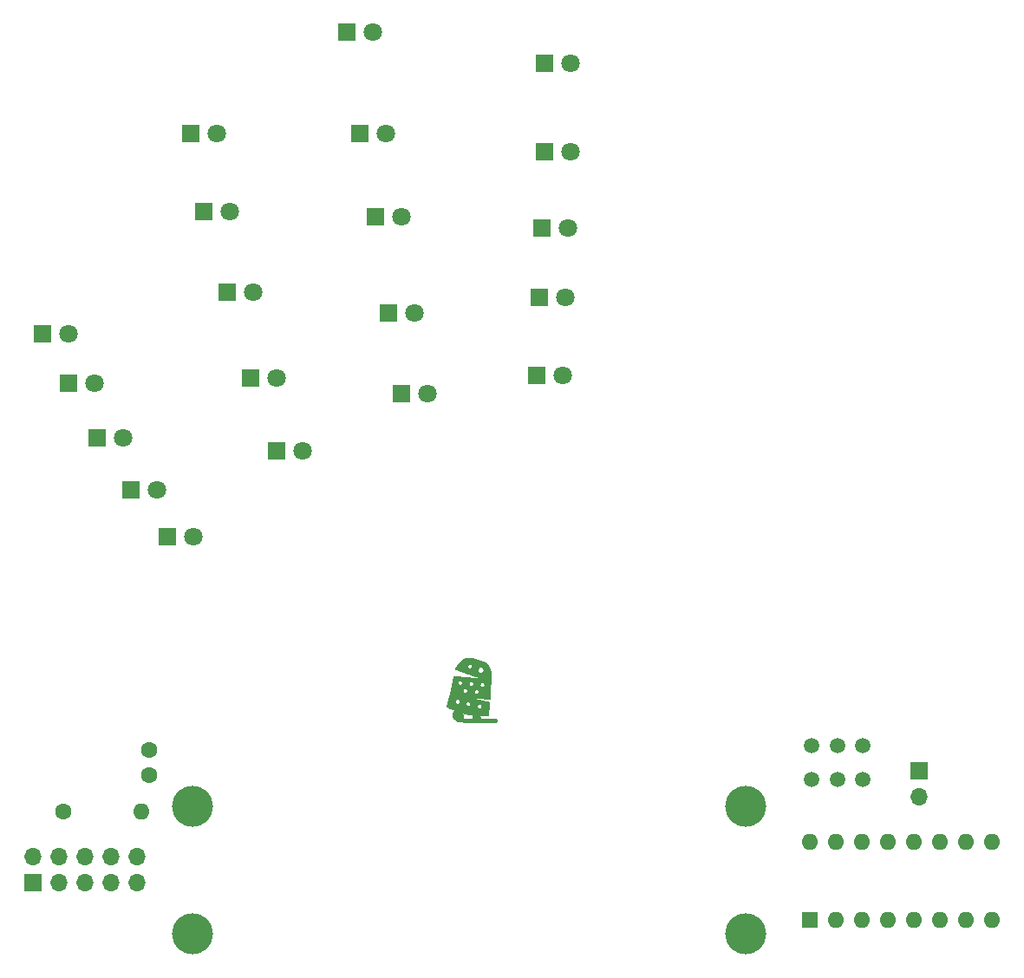
<source format=gbr>
G04 #@! TF.FileFunction,Soldermask,Bot*
%FSLAX46Y46*%
G04 Gerber Fmt 4.6, Leading zero omitted, Abs format (unit mm)*
G04 Created by KiCad (PCBNEW 4.0.6) date 11/09/17 18:16:21*
%MOMM*%
%LPD*%
G01*
G04 APERTURE LIST*
%ADD10C,0.100000*%
%ADD11C,0.010000*%
%ADD12C,4.000000*%
%ADD13R,1.800000X1.800000*%
%ADD14C,1.800000*%
%ADD15C,1.600000*%
%ADD16O,1.600000X1.600000*%
%ADD17C,1.500000*%
%ADD18R,1.600000X1.600000*%
%ADD19R,1.700000X1.700000*%
%ADD20O,1.700000X1.700000*%
G04 APERTURE END LIST*
D10*
D11*
G36*
X144943476Y-117997921D02*
X144851698Y-118005468D01*
X144774871Y-118017599D01*
X144759807Y-118021116D01*
X144663216Y-118052087D01*
X144557300Y-118097133D01*
X144450430Y-118152111D01*
X144350982Y-118212877D01*
X144301956Y-118247661D01*
X144180909Y-118349671D01*
X144059468Y-118472196D01*
X143941534Y-118610719D01*
X143831010Y-118760720D01*
X143750299Y-118886366D01*
X143708679Y-118966089D01*
X143688093Y-119031872D01*
X143688503Y-119083953D01*
X143709867Y-119122568D01*
X143710124Y-119122825D01*
X143724961Y-119129923D01*
X143762226Y-119144682D01*
X143820316Y-119166533D01*
X143897628Y-119194905D01*
X143992562Y-119229225D01*
X144103516Y-119268923D01*
X144228887Y-119313429D01*
X144367074Y-119362171D01*
X144516474Y-119414578D01*
X144675487Y-119470080D01*
X144842509Y-119528105D01*
X145001666Y-119583157D01*
X145173629Y-119642607D01*
X145338385Y-119699747D01*
X145494401Y-119754034D01*
X145640142Y-119804928D01*
X145774075Y-119851885D01*
X145894665Y-119894364D01*
X146000379Y-119931824D01*
X146089684Y-119963722D01*
X146161044Y-119989518D01*
X146212927Y-120008669D01*
X146243798Y-120020633D01*
X146252235Y-120024856D01*
X146237239Y-120024246D01*
X146198659Y-120021499D01*
X146138209Y-120016761D01*
X146057604Y-120010179D01*
X145958556Y-120001899D01*
X145842779Y-119992066D01*
X145711988Y-119980827D01*
X145567895Y-119968328D01*
X145412215Y-119954716D01*
X145246662Y-119940136D01*
X145072948Y-119924735D01*
X144949990Y-119913774D01*
X144770796Y-119897811D01*
X144597986Y-119882508D01*
X144433334Y-119868017D01*
X144278618Y-119854489D01*
X144135613Y-119842077D01*
X144006094Y-119830934D01*
X143891839Y-119821212D01*
X143794623Y-119813062D01*
X143716222Y-119806638D01*
X143658412Y-119802091D01*
X143622968Y-119799575D01*
X143612764Y-119799100D01*
X143559517Y-119804109D01*
X143524655Y-119821134D01*
X143502815Y-119853174D01*
X143499204Y-119862597D01*
X143494647Y-119881557D01*
X143486014Y-119923311D01*
X143473720Y-119985657D01*
X143458184Y-120066388D01*
X143439821Y-120163302D01*
X143419050Y-120274193D01*
X143396285Y-120396857D01*
X143371945Y-120529089D01*
X143346446Y-120668686D01*
X143337676Y-120716940D01*
X143189616Y-121532650D01*
X143013258Y-122087242D01*
X142976946Y-122202428D01*
X142943154Y-122311539D01*
X142912663Y-122411914D01*
X142886255Y-122500892D01*
X142864710Y-122575813D01*
X142848808Y-122634017D01*
X142839331Y-122672843D01*
X142836900Y-122688152D01*
X142840718Y-122727033D01*
X142849996Y-122758850D01*
X142850859Y-122760551D01*
X142867849Y-122775863D01*
X142905269Y-122799301D01*
X142960045Y-122829361D01*
X143029105Y-122864537D01*
X143109374Y-122903323D01*
X143197781Y-122944214D01*
X143291251Y-122985704D01*
X143386712Y-123026289D01*
X143427450Y-123043023D01*
X143492356Y-123069402D01*
X143551116Y-123093315D01*
X143598653Y-123112693D01*
X143629892Y-123125469D01*
X143637000Y-123128397D01*
X143656172Y-123137241D01*
X143657009Y-123143793D01*
X143637183Y-123152354D01*
X143621005Y-123157972D01*
X143540213Y-123198515D01*
X143474713Y-123258224D01*
X143426025Y-123334922D01*
X143395669Y-123426430D01*
X143386417Y-123493877D01*
X143389830Y-123620554D01*
X143417709Y-123740608D01*
X143469884Y-123853610D01*
X143546188Y-123959129D01*
X143585128Y-124000851D01*
X143685650Y-124086563D01*
X143794840Y-124149972D01*
X143917024Y-124193373D01*
X143970962Y-124205737D01*
X144071096Y-124222962D01*
X144194456Y-124239743D01*
X144338868Y-124255875D01*
X144502160Y-124271150D01*
X144682159Y-124285361D01*
X144876691Y-124298301D01*
X145040350Y-124307548D01*
X145100969Y-124309925D01*
X145184069Y-124311994D01*
X145286734Y-124313756D01*
X145406046Y-124315212D01*
X145539088Y-124316364D01*
X145682945Y-124317214D01*
X145834698Y-124317762D01*
X145991432Y-124318010D01*
X146150229Y-124317959D01*
X146308173Y-124317611D01*
X146462346Y-124316968D01*
X146609832Y-124316030D01*
X146747714Y-124314799D01*
X146873075Y-124313276D01*
X146982998Y-124311463D01*
X147074566Y-124309362D01*
X147144863Y-124306972D01*
X147154454Y-124306539D01*
X147236669Y-124302144D01*
X147321154Y-124296758D01*
X147399782Y-124290953D01*
X147464425Y-124285306D01*
X147484654Y-124283208D01*
X147575468Y-124271484D01*
X147643812Y-124258100D01*
X147692612Y-124241433D01*
X147724798Y-124219863D01*
X147743299Y-124191768D01*
X147751044Y-124155526D01*
X147751800Y-124135315D01*
X147747652Y-124082446D01*
X147731948Y-124047305D01*
X147699801Y-124023114D01*
X147659507Y-124007266D01*
X147642974Y-124002563D01*
X147622873Y-123998533D01*
X147597111Y-123995108D01*
X147563594Y-123992215D01*
X147520228Y-123989784D01*
X147464920Y-123987745D01*
X147395576Y-123986026D01*
X147310102Y-123984556D01*
X147206404Y-123983266D01*
X147082390Y-123982084D01*
X146935965Y-123980939D01*
X146865975Y-123980443D01*
X146138900Y-123975408D01*
X146138900Y-123938929D01*
X146130059Y-123861748D01*
X146106261Y-123781819D01*
X146074616Y-123717858D01*
X146054059Y-123684801D01*
X146040506Y-123661774D01*
X146037300Y-123655158D01*
X146049484Y-123654387D01*
X146083979Y-123654051D01*
X146137701Y-123654133D01*
X146207563Y-123654615D01*
X146290483Y-123655481D01*
X146383374Y-123656714D01*
X146422939Y-123657310D01*
X146532009Y-123658964D01*
X146618531Y-123660048D01*
X146685356Y-123660420D01*
X146735332Y-123659934D01*
X146771309Y-123658448D01*
X146796136Y-123655819D01*
X146812662Y-123651902D01*
X146823737Y-123646555D01*
X146832210Y-123639633D01*
X146835366Y-123636534D01*
X146857407Y-123606859D01*
X146864642Y-123589587D01*
X145449733Y-123589587D01*
X145446373Y-123601043D01*
X145434414Y-123627362D01*
X145427508Y-123641226D01*
X145411266Y-123691345D01*
X145403078Y-123756181D01*
X145403168Y-123826289D01*
X145411760Y-123892224D01*
X145420787Y-123925003D01*
X145439274Y-123977400D01*
X145182662Y-123977364D01*
X145082320Y-123976866D01*
X144969915Y-123975515D01*
X144855689Y-123973482D01*
X144749882Y-123970939D01*
X144689797Y-123969071D01*
X144453543Y-123960814D01*
X144459626Y-123844524D01*
X144457708Y-123732578D01*
X144438244Y-123630811D01*
X144399344Y-123533322D01*
X144339115Y-123434213D01*
X144319347Y-123406939D01*
X144296504Y-123374064D01*
X144284485Y-123351938D01*
X144285640Y-123344968D01*
X144286439Y-123345223D01*
X144304204Y-123350490D01*
X144342347Y-123360822D01*
X144396609Y-123375096D01*
X144462731Y-123392191D01*
X144532937Y-123410097D01*
X144734153Y-123458135D01*
X144942294Y-123502392D01*
X145146554Y-123540678D01*
X145300700Y-123565654D01*
X145358285Y-123574366D01*
X145405703Y-123581808D01*
X145437887Y-123587167D01*
X145449733Y-123589587D01*
X146864642Y-123589587D01*
X146868303Y-123580848D01*
X146872374Y-123556668D01*
X146879037Y-123511076D01*
X146887881Y-123447291D01*
X146898498Y-123368530D01*
X146910476Y-123278010D01*
X146923406Y-123178950D01*
X146936877Y-123074566D01*
X146950480Y-122968077D01*
X146963805Y-122862701D01*
X146976441Y-122761654D01*
X146977348Y-122754302D01*
X146234593Y-122754302D01*
X146217822Y-122815373D01*
X146181345Y-122872610D01*
X146127705Y-122921340D01*
X146094450Y-122941468D01*
X146038758Y-122959222D01*
X145979747Y-122954692D01*
X145926665Y-122934699D01*
X145867043Y-122894256D01*
X145823455Y-122840937D01*
X145798602Y-122779838D01*
X145795188Y-122716058D01*
X145799383Y-122694700D01*
X145826531Y-122633647D01*
X145870310Y-122580834D01*
X145924881Y-122541146D01*
X145984405Y-122519474D01*
X146011802Y-122516900D01*
X146074901Y-122528822D01*
X146134482Y-122561630D01*
X146185099Y-122610880D01*
X146221302Y-122672130D01*
X146229113Y-122694071D01*
X146234593Y-122754302D01*
X146977348Y-122754302D01*
X146987979Y-122668156D01*
X146998007Y-122585422D01*
X147006118Y-122516672D01*
X147011020Y-122472960D01*
X145156756Y-122472960D01*
X145153308Y-122540007D01*
X145124612Y-122608159D01*
X145118098Y-122618439D01*
X145079907Y-122659595D01*
X145028486Y-122693769D01*
X144973614Y-122715394D01*
X144939585Y-122720089D01*
X144904853Y-122714478D01*
X144862736Y-122700415D01*
X144848928Y-122694253D01*
X144806936Y-122666405D01*
X144769185Y-122629458D01*
X144761854Y-122619803D01*
X144727823Y-122552825D01*
X144719097Y-122487145D01*
X144735588Y-122423429D01*
X144777209Y-122362342D01*
X144798559Y-122340909D01*
X144861153Y-122297166D01*
X144925569Y-122278528D01*
X144990021Y-122284957D01*
X145052722Y-122316417D01*
X145088429Y-122346961D01*
X145135086Y-122408214D01*
X145156756Y-122472960D01*
X147011020Y-122472960D01*
X147011899Y-122465123D01*
X147014942Y-122433992D01*
X147015310Y-122427252D01*
X147008825Y-122381561D01*
X146986974Y-122350115D01*
X146945768Y-122328485D01*
X146919225Y-122320616D01*
X146897570Y-122315519D01*
X146853015Y-122305400D01*
X146787471Y-122290682D01*
X146702846Y-122271789D01*
X146601050Y-122249145D01*
X146569204Y-122242079D01*
X144109893Y-122242079D01*
X144104619Y-122303471D01*
X144079808Y-122363242D01*
X144037633Y-122416263D01*
X143980270Y-122457403D01*
X143976910Y-122459123D01*
X143915115Y-122482335D01*
X143859619Y-122484010D01*
X143803140Y-122463713D01*
X143775090Y-122447050D01*
X143718910Y-122397387D01*
X143684080Y-122338546D01*
X143670420Y-122274828D01*
X143677750Y-122210532D01*
X143705889Y-122149956D01*
X143754657Y-122097402D01*
X143790764Y-122073159D01*
X143856417Y-122049467D01*
X143922927Y-122049323D01*
X143986447Y-122071315D01*
X144043125Y-122114031D01*
X144089114Y-122176060D01*
X144093454Y-122184194D01*
X144109893Y-122242079D01*
X146569204Y-122242079D01*
X146483994Y-122223173D01*
X146353586Y-122194298D01*
X146211737Y-122162943D01*
X146060356Y-122129531D01*
X145901352Y-122094488D01*
X145765867Y-122064666D01*
X145604371Y-122029041D01*
X145450621Y-121994934D01*
X145306340Y-121962739D01*
X145173248Y-121932847D01*
X145053066Y-121905653D01*
X144947514Y-121881549D01*
X144858313Y-121860927D01*
X144787185Y-121844180D01*
X144735849Y-121831701D01*
X144706026Y-121823883D01*
X144699067Y-121821146D01*
X144714973Y-121821724D01*
X144754344Y-121824437D01*
X144815347Y-121829130D01*
X144896150Y-121835646D01*
X144994922Y-121843833D01*
X145109829Y-121853536D01*
X145239041Y-121864598D01*
X145380725Y-121876867D01*
X145533048Y-121890187D01*
X145694179Y-121904403D01*
X145862286Y-121919361D01*
X145864637Y-121919571D01*
X146032668Y-121934569D01*
X146193630Y-121948902D01*
X146345706Y-121962412D01*
X146487074Y-121974937D01*
X146615917Y-121986317D01*
X146730413Y-121996393D01*
X146828745Y-122005004D01*
X146909092Y-122011990D01*
X146969635Y-122017192D01*
X147008555Y-122020448D01*
X147024032Y-122021599D01*
X147024089Y-122021600D01*
X147044490Y-122013219D01*
X147070499Y-121992805D01*
X147072928Y-121990427D01*
X147104100Y-121959254D01*
X147104150Y-121815363D01*
X144647492Y-121815363D01*
X144635009Y-121817397D01*
X144618537Y-121815062D01*
X144618340Y-121810727D01*
X144635338Y-121807695D01*
X144642682Y-121809724D01*
X144647492Y-121815363D01*
X147104150Y-121815363D01*
X147104327Y-121308493D01*
X145947161Y-121308493D01*
X145942099Y-121375545D01*
X145912473Y-121437038D01*
X145876509Y-121477974D01*
X145814441Y-121523549D01*
X145750936Y-121543769D01*
X145685908Y-121538641D01*
X145619270Y-121508174D01*
X145611850Y-121503284D01*
X145562007Y-121457787D01*
X145526761Y-121401875D01*
X145509674Y-121342499D01*
X145510096Y-121304636D01*
X145533259Y-121232513D01*
X145535409Y-121229652D01*
X144854614Y-121229652D01*
X144844272Y-121274919D01*
X144836544Y-121294759D01*
X144797828Y-121360666D01*
X144742699Y-121408629D01*
X144710150Y-121426096D01*
X144661838Y-121444445D01*
X144621810Y-121447400D01*
X144578140Y-121434956D01*
X144557750Y-121426022D01*
X144489717Y-121383177D01*
X144442754Y-121328958D01*
X144417910Y-121266198D01*
X144416233Y-121197729D01*
X144438772Y-121126385D01*
X144443450Y-121117205D01*
X144462007Y-121074919D01*
X144473442Y-121034551D01*
X144475200Y-121018434D01*
X144477079Y-120992315D01*
X144485863Y-120986509D01*
X144499766Y-120992453D01*
X144525140Y-120999416D01*
X144566154Y-121004182D01*
X144605229Y-121005600D01*
X144686616Y-121016131D01*
X144754223Y-121047130D01*
X144806508Y-121097703D01*
X144828970Y-121135169D01*
X144849685Y-121186700D01*
X144854614Y-121229652D01*
X145535409Y-121229652D01*
X145577976Y-121173022D01*
X145623541Y-121138870D01*
X145662025Y-121118926D01*
X145697317Y-121108721D01*
X145738294Y-121107025D01*
X145793833Y-121112608D01*
X145803503Y-121113932D01*
X145851391Y-121117021D01*
X145886667Y-121112305D01*
X145892913Y-121109708D01*
X145909167Y-121103323D01*
X145914601Y-121111915D01*
X145912599Y-121139908D01*
X145914221Y-121180360D01*
X145924654Y-121225393D01*
X145927963Y-121234436D01*
X145947161Y-121308493D01*
X147104327Y-121308493D01*
X147104403Y-121091902D01*
X147104644Y-120924725D01*
X147105229Y-120770056D01*
X147106082Y-120638108D01*
X146521855Y-120638108D01*
X146516562Y-120675400D01*
X146488840Y-120743388D01*
X146444781Y-120793932D01*
X146383256Y-120827712D01*
X146303136Y-120845410D01*
X146229328Y-120848526D01*
X146118952Y-120846850D01*
X146123958Y-120812329D01*
X146121901Y-120781704D01*
X146111315Y-120739237D01*
X146100035Y-120708012D01*
X146084017Y-120666020D01*
X146078012Y-120636103D01*
X146080915Y-120607497D01*
X146087270Y-120583782D01*
X146111487Y-120533350D01*
X146134512Y-120504460D01*
X145423456Y-120504460D01*
X145420008Y-120571507D01*
X145391312Y-120639659D01*
X145384798Y-120649939D01*
X145346607Y-120691095D01*
X145295186Y-120725269D01*
X145240314Y-120746894D01*
X145206285Y-120751589D01*
X145172031Y-120745994D01*
X145129693Y-120731896D01*
X145113372Y-120724661D01*
X145056083Y-120684587D01*
X145014270Y-120630273D01*
X144990558Y-120567415D01*
X144987576Y-120501709D01*
X144995110Y-120468244D01*
X145019095Y-120424086D01*
X145031623Y-120409871D01*
X144352647Y-120409871D01*
X144349280Y-120477556D01*
X144321325Y-120544185D01*
X144314643Y-120554400D01*
X144303696Y-120582805D01*
X144297755Y-120622543D01*
X144297400Y-120634068D01*
X144296711Y-120667677D01*
X144292120Y-120680446D01*
X144279846Y-120676934D01*
X144268044Y-120669450D01*
X144229662Y-120656144D01*
X144170998Y-120652053D01*
X144163269Y-120652197D01*
X144092844Y-120647327D01*
X144036210Y-120626153D01*
X143985201Y-120585142D01*
X143969779Y-120568445D01*
X143930058Y-120506418D01*
X143914283Y-120440801D01*
X143922039Y-120375192D01*
X143952908Y-120313188D01*
X144005578Y-120259078D01*
X144069213Y-120223700D01*
X144135511Y-120212868D01*
X144201636Y-120226334D01*
X144264751Y-120263847D01*
X144286901Y-120283900D01*
X144331746Y-120344271D01*
X144352647Y-120409871D01*
X145031623Y-120409871D01*
X145058431Y-120379455D01*
X145105368Y-120341351D01*
X145152156Y-120316776D01*
X145167435Y-120312596D01*
X145234847Y-120312435D01*
X145300099Y-120336285D01*
X145355129Y-120378461D01*
X145401786Y-120439714D01*
X145423456Y-120504460D01*
X146134512Y-120504460D01*
X146150480Y-120484425D01*
X146197361Y-120443764D01*
X146245241Y-120418124D01*
X146260306Y-120414070D01*
X146325426Y-120413389D01*
X146387168Y-120433254D01*
X146441608Y-120469662D01*
X146484819Y-120518608D01*
X146512876Y-120576091D01*
X146521855Y-120638108D01*
X147106082Y-120638108D01*
X147106138Y-120629513D01*
X147107347Y-120504712D01*
X147108834Y-120397272D01*
X147110577Y-120308809D01*
X147112554Y-120240941D01*
X147114743Y-120195285D01*
X147117047Y-120173750D01*
X147128212Y-120116766D01*
X147139165Y-120041355D01*
X147149216Y-119954484D01*
X147157676Y-119863121D01*
X147163853Y-119774234D01*
X147167059Y-119694790D01*
X147167353Y-119665827D01*
X147157302Y-119459997D01*
X147128061Y-119269376D01*
X147106571Y-119191361D01*
X146429966Y-119191361D01*
X146415258Y-119265277D01*
X146383074Y-119326734D01*
X146325252Y-119393893D01*
X146258289Y-119439851D01*
X146185145Y-119463457D01*
X146108778Y-119463565D01*
X146061555Y-119451486D01*
X145990719Y-119414608D01*
X145932134Y-119361445D01*
X145889184Y-119296880D01*
X145865251Y-119225799D01*
X145862384Y-119163955D01*
X145881861Y-119087450D01*
X145922761Y-119016927D01*
X145981106Y-118958574D01*
X146004890Y-118942185D01*
X146078131Y-118910741D01*
X146154627Y-118902352D01*
X146229900Y-118915881D01*
X146299470Y-118950190D01*
X146358857Y-119004142D01*
X146383472Y-119038353D01*
X146419371Y-119115819D01*
X146429966Y-119191361D01*
X147106571Y-119191361D01*
X147079861Y-119094404D01*
X147012931Y-118935522D01*
X146927503Y-118793171D01*
X146916432Y-118779784D01*
X145312243Y-118779784D01*
X145311796Y-118843759D01*
X145290424Y-118905085D01*
X145249093Y-118959951D01*
X145188774Y-119004544D01*
X145154650Y-119020664D01*
X145099221Y-119030354D01*
X145037703Y-119020337D01*
X144986603Y-118997038D01*
X144933270Y-118952225D01*
X144895859Y-118896002D01*
X144876960Y-118834268D01*
X144879159Y-118772918D01*
X144882674Y-118760234D01*
X144916416Y-118690860D01*
X144964163Y-118639244D01*
X145021875Y-118606507D01*
X145085514Y-118593772D01*
X145151042Y-118602162D01*
X145214421Y-118632798D01*
X145246486Y-118659138D01*
X145290796Y-118716973D01*
X145312243Y-118779784D01*
X146916432Y-118779784D01*
X146823807Y-118667793D01*
X146702075Y-118559827D01*
X146562536Y-118469716D01*
X146533319Y-118454286D01*
X146495758Y-118437169D01*
X146437392Y-118413202D01*
X146361516Y-118383560D01*
X146271426Y-118349414D01*
X146170416Y-118311940D01*
X146061782Y-118272310D01*
X145948819Y-118231699D01*
X145834821Y-118191279D01*
X145723083Y-118152224D01*
X145616901Y-118115708D01*
X145519569Y-118082904D01*
X145434383Y-118054986D01*
X145364638Y-118033127D01*
X145313628Y-118018501D01*
X145300700Y-118015283D01*
X145228819Y-118003637D01*
X145140007Y-117996919D01*
X145042236Y-117995042D01*
X144943476Y-117997921D01*
X144943476Y-117997921D01*
G37*
X144943476Y-117997921D02*
X144851698Y-118005468D01*
X144774871Y-118017599D01*
X144759807Y-118021116D01*
X144663216Y-118052087D01*
X144557300Y-118097133D01*
X144450430Y-118152111D01*
X144350982Y-118212877D01*
X144301956Y-118247661D01*
X144180909Y-118349671D01*
X144059468Y-118472196D01*
X143941534Y-118610719D01*
X143831010Y-118760720D01*
X143750299Y-118886366D01*
X143708679Y-118966089D01*
X143688093Y-119031872D01*
X143688503Y-119083953D01*
X143709867Y-119122568D01*
X143710124Y-119122825D01*
X143724961Y-119129923D01*
X143762226Y-119144682D01*
X143820316Y-119166533D01*
X143897628Y-119194905D01*
X143992562Y-119229225D01*
X144103516Y-119268923D01*
X144228887Y-119313429D01*
X144367074Y-119362171D01*
X144516474Y-119414578D01*
X144675487Y-119470080D01*
X144842509Y-119528105D01*
X145001666Y-119583157D01*
X145173629Y-119642607D01*
X145338385Y-119699747D01*
X145494401Y-119754034D01*
X145640142Y-119804928D01*
X145774075Y-119851885D01*
X145894665Y-119894364D01*
X146000379Y-119931824D01*
X146089684Y-119963722D01*
X146161044Y-119989518D01*
X146212927Y-120008669D01*
X146243798Y-120020633D01*
X146252235Y-120024856D01*
X146237239Y-120024246D01*
X146198659Y-120021499D01*
X146138209Y-120016761D01*
X146057604Y-120010179D01*
X145958556Y-120001899D01*
X145842779Y-119992066D01*
X145711988Y-119980827D01*
X145567895Y-119968328D01*
X145412215Y-119954716D01*
X145246662Y-119940136D01*
X145072948Y-119924735D01*
X144949990Y-119913774D01*
X144770796Y-119897811D01*
X144597986Y-119882508D01*
X144433334Y-119868017D01*
X144278618Y-119854489D01*
X144135613Y-119842077D01*
X144006094Y-119830934D01*
X143891839Y-119821212D01*
X143794623Y-119813062D01*
X143716222Y-119806638D01*
X143658412Y-119802091D01*
X143622968Y-119799575D01*
X143612764Y-119799100D01*
X143559517Y-119804109D01*
X143524655Y-119821134D01*
X143502815Y-119853174D01*
X143499204Y-119862597D01*
X143494647Y-119881557D01*
X143486014Y-119923311D01*
X143473720Y-119985657D01*
X143458184Y-120066388D01*
X143439821Y-120163302D01*
X143419050Y-120274193D01*
X143396285Y-120396857D01*
X143371945Y-120529089D01*
X143346446Y-120668686D01*
X143337676Y-120716940D01*
X143189616Y-121532650D01*
X143013258Y-122087242D01*
X142976946Y-122202428D01*
X142943154Y-122311539D01*
X142912663Y-122411914D01*
X142886255Y-122500892D01*
X142864710Y-122575813D01*
X142848808Y-122634017D01*
X142839331Y-122672843D01*
X142836900Y-122688152D01*
X142840718Y-122727033D01*
X142849996Y-122758850D01*
X142850859Y-122760551D01*
X142867849Y-122775863D01*
X142905269Y-122799301D01*
X142960045Y-122829361D01*
X143029105Y-122864537D01*
X143109374Y-122903323D01*
X143197781Y-122944214D01*
X143291251Y-122985704D01*
X143386712Y-123026289D01*
X143427450Y-123043023D01*
X143492356Y-123069402D01*
X143551116Y-123093315D01*
X143598653Y-123112693D01*
X143629892Y-123125469D01*
X143637000Y-123128397D01*
X143656172Y-123137241D01*
X143657009Y-123143793D01*
X143637183Y-123152354D01*
X143621005Y-123157972D01*
X143540213Y-123198515D01*
X143474713Y-123258224D01*
X143426025Y-123334922D01*
X143395669Y-123426430D01*
X143386417Y-123493877D01*
X143389830Y-123620554D01*
X143417709Y-123740608D01*
X143469884Y-123853610D01*
X143546188Y-123959129D01*
X143585128Y-124000851D01*
X143685650Y-124086563D01*
X143794840Y-124149972D01*
X143917024Y-124193373D01*
X143970962Y-124205737D01*
X144071096Y-124222962D01*
X144194456Y-124239743D01*
X144338868Y-124255875D01*
X144502160Y-124271150D01*
X144682159Y-124285361D01*
X144876691Y-124298301D01*
X145040350Y-124307548D01*
X145100969Y-124309925D01*
X145184069Y-124311994D01*
X145286734Y-124313756D01*
X145406046Y-124315212D01*
X145539088Y-124316364D01*
X145682945Y-124317214D01*
X145834698Y-124317762D01*
X145991432Y-124318010D01*
X146150229Y-124317959D01*
X146308173Y-124317611D01*
X146462346Y-124316968D01*
X146609832Y-124316030D01*
X146747714Y-124314799D01*
X146873075Y-124313276D01*
X146982998Y-124311463D01*
X147074566Y-124309362D01*
X147144863Y-124306972D01*
X147154454Y-124306539D01*
X147236669Y-124302144D01*
X147321154Y-124296758D01*
X147399782Y-124290953D01*
X147464425Y-124285306D01*
X147484654Y-124283208D01*
X147575468Y-124271484D01*
X147643812Y-124258100D01*
X147692612Y-124241433D01*
X147724798Y-124219863D01*
X147743299Y-124191768D01*
X147751044Y-124155526D01*
X147751800Y-124135315D01*
X147747652Y-124082446D01*
X147731948Y-124047305D01*
X147699801Y-124023114D01*
X147659507Y-124007266D01*
X147642974Y-124002563D01*
X147622873Y-123998533D01*
X147597111Y-123995108D01*
X147563594Y-123992215D01*
X147520228Y-123989784D01*
X147464920Y-123987745D01*
X147395576Y-123986026D01*
X147310102Y-123984556D01*
X147206404Y-123983266D01*
X147082390Y-123982084D01*
X146935965Y-123980939D01*
X146865975Y-123980443D01*
X146138900Y-123975408D01*
X146138900Y-123938929D01*
X146130059Y-123861748D01*
X146106261Y-123781819D01*
X146074616Y-123717858D01*
X146054059Y-123684801D01*
X146040506Y-123661774D01*
X146037300Y-123655158D01*
X146049484Y-123654387D01*
X146083979Y-123654051D01*
X146137701Y-123654133D01*
X146207563Y-123654615D01*
X146290483Y-123655481D01*
X146383374Y-123656714D01*
X146422939Y-123657310D01*
X146532009Y-123658964D01*
X146618531Y-123660048D01*
X146685356Y-123660420D01*
X146735332Y-123659934D01*
X146771309Y-123658448D01*
X146796136Y-123655819D01*
X146812662Y-123651902D01*
X146823737Y-123646555D01*
X146832210Y-123639633D01*
X146835366Y-123636534D01*
X146857407Y-123606859D01*
X146864642Y-123589587D01*
X145449733Y-123589587D01*
X145446373Y-123601043D01*
X145434414Y-123627362D01*
X145427508Y-123641226D01*
X145411266Y-123691345D01*
X145403078Y-123756181D01*
X145403168Y-123826289D01*
X145411760Y-123892224D01*
X145420787Y-123925003D01*
X145439274Y-123977400D01*
X145182662Y-123977364D01*
X145082320Y-123976866D01*
X144969915Y-123975515D01*
X144855689Y-123973482D01*
X144749882Y-123970939D01*
X144689797Y-123969071D01*
X144453543Y-123960814D01*
X144459626Y-123844524D01*
X144457708Y-123732578D01*
X144438244Y-123630811D01*
X144399344Y-123533322D01*
X144339115Y-123434213D01*
X144319347Y-123406939D01*
X144296504Y-123374064D01*
X144284485Y-123351938D01*
X144285640Y-123344968D01*
X144286439Y-123345223D01*
X144304204Y-123350490D01*
X144342347Y-123360822D01*
X144396609Y-123375096D01*
X144462731Y-123392191D01*
X144532937Y-123410097D01*
X144734153Y-123458135D01*
X144942294Y-123502392D01*
X145146554Y-123540678D01*
X145300700Y-123565654D01*
X145358285Y-123574366D01*
X145405703Y-123581808D01*
X145437887Y-123587167D01*
X145449733Y-123589587D01*
X146864642Y-123589587D01*
X146868303Y-123580848D01*
X146872374Y-123556668D01*
X146879037Y-123511076D01*
X146887881Y-123447291D01*
X146898498Y-123368530D01*
X146910476Y-123278010D01*
X146923406Y-123178950D01*
X146936877Y-123074566D01*
X146950480Y-122968077D01*
X146963805Y-122862701D01*
X146976441Y-122761654D01*
X146977348Y-122754302D01*
X146234593Y-122754302D01*
X146217822Y-122815373D01*
X146181345Y-122872610D01*
X146127705Y-122921340D01*
X146094450Y-122941468D01*
X146038758Y-122959222D01*
X145979747Y-122954692D01*
X145926665Y-122934699D01*
X145867043Y-122894256D01*
X145823455Y-122840937D01*
X145798602Y-122779838D01*
X145795188Y-122716058D01*
X145799383Y-122694700D01*
X145826531Y-122633647D01*
X145870310Y-122580834D01*
X145924881Y-122541146D01*
X145984405Y-122519474D01*
X146011802Y-122516900D01*
X146074901Y-122528822D01*
X146134482Y-122561630D01*
X146185099Y-122610880D01*
X146221302Y-122672130D01*
X146229113Y-122694071D01*
X146234593Y-122754302D01*
X146977348Y-122754302D01*
X146987979Y-122668156D01*
X146998007Y-122585422D01*
X147006118Y-122516672D01*
X147011020Y-122472960D01*
X145156756Y-122472960D01*
X145153308Y-122540007D01*
X145124612Y-122608159D01*
X145118098Y-122618439D01*
X145079907Y-122659595D01*
X145028486Y-122693769D01*
X144973614Y-122715394D01*
X144939585Y-122720089D01*
X144904853Y-122714478D01*
X144862736Y-122700415D01*
X144848928Y-122694253D01*
X144806936Y-122666405D01*
X144769185Y-122629458D01*
X144761854Y-122619803D01*
X144727823Y-122552825D01*
X144719097Y-122487145D01*
X144735588Y-122423429D01*
X144777209Y-122362342D01*
X144798559Y-122340909D01*
X144861153Y-122297166D01*
X144925569Y-122278528D01*
X144990021Y-122284957D01*
X145052722Y-122316417D01*
X145088429Y-122346961D01*
X145135086Y-122408214D01*
X145156756Y-122472960D01*
X147011020Y-122472960D01*
X147011899Y-122465123D01*
X147014942Y-122433992D01*
X147015310Y-122427252D01*
X147008825Y-122381561D01*
X146986974Y-122350115D01*
X146945768Y-122328485D01*
X146919225Y-122320616D01*
X146897570Y-122315519D01*
X146853015Y-122305400D01*
X146787471Y-122290682D01*
X146702846Y-122271789D01*
X146601050Y-122249145D01*
X146569204Y-122242079D01*
X144109893Y-122242079D01*
X144104619Y-122303471D01*
X144079808Y-122363242D01*
X144037633Y-122416263D01*
X143980270Y-122457403D01*
X143976910Y-122459123D01*
X143915115Y-122482335D01*
X143859619Y-122484010D01*
X143803140Y-122463713D01*
X143775090Y-122447050D01*
X143718910Y-122397387D01*
X143684080Y-122338546D01*
X143670420Y-122274828D01*
X143677750Y-122210532D01*
X143705889Y-122149956D01*
X143754657Y-122097402D01*
X143790764Y-122073159D01*
X143856417Y-122049467D01*
X143922927Y-122049323D01*
X143986447Y-122071315D01*
X144043125Y-122114031D01*
X144089114Y-122176060D01*
X144093454Y-122184194D01*
X144109893Y-122242079D01*
X146569204Y-122242079D01*
X146483994Y-122223173D01*
X146353586Y-122194298D01*
X146211737Y-122162943D01*
X146060356Y-122129531D01*
X145901352Y-122094488D01*
X145765867Y-122064666D01*
X145604371Y-122029041D01*
X145450621Y-121994934D01*
X145306340Y-121962739D01*
X145173248Y-121932847D01*
X145053066Y-121905653D01*
X144947514Y-121881549D01*
X144858313Y-121860927D01*
X144787185Y-121844180D01*
X144735849Y-121831701D01*
X144706026Y-121823883D01*
X144699067Y-121821146D01*
X144714973Y-121821724D01*
X144754344Y-121824437D01*
X144815347Y-121829130D01*
X144896150Y-121835646D01*
X144994922Y-121843833D01*
X145109829Y-121853536D01*
X145239041Y-121864598D01*
X145380725Y-121876867D01*
X145533048Y-121890187D01*
X145694179Y-121904403D01*
X145862286Y-121919361D01*
X145864637Y-121919571D01*
X146032668Y-121934569D01*
X146193630Y-121948902D01*
X146345706Y-121962412D01*
X146487074Y-121974937D01*
X146615917Y-121986317D01*
X146730413Y-121996393D01*
X146828745Y-122005004D01*
X146909092Y-122011990D01*
X146969635Y-122017192D01*
X147008555Y-122020448D01*
X147024032Y-122021599D01*
X147024089Y-122021600D01*
X147044490Y-122013219D01*
X147070499Y-121992805D01*
X147072928Y-121990427D01*
X147104100Y-121959254D01*
X147104150Y-121815363D01*
X144647492Y-121815363D01*
X144635009Y-121817397D01*
X144618537Y-121815062D01*
X144618340Y-121810727D01*
X144635338Y-121807695D01*
X144642682Y-121809724D01*
X144647492Y-121815363D01*
X147104150Y-121815363D01*
X147104327Y-121308493D01*
X145947161Y-121308493D01*
X145942099Y-121375545D01*
X145912473Y-121437038D01*
X145876509Y-121477974D01*
X145814441Y-121523549D01*
X145750936Y-121543769D01*
X145685908Y-121538641D01*
X145619270Y-121508174D01*
X145611850Y-121503284D01*
X145562007Y-121457787D01*
X145526761Y-121401875D01*
X145509674Y-121342499D01*
X145510096Y-121304636D01*
X145533259Y-121232513D01*
X145535409Y-121229652D01*
X144854614Y-121229652D01*
X144844272Y-121274919D01*
X144836544Y-121294759D01*
X144797828Y-121360666D01*
X144742699Y-121408629D01*
X144710150Y-121426096D01*
X144661838Y-121444445D01*
X144621810Y-121447400D01*
X144578140Y-121434956D01*
X144557750Y-121426022D01*
X144489717Y-121383177D01*
X144442754Y-121328958D01*
X144417910Y-121266198D01*
X144416233Y-121197729D01*
X144438772Y-121126385D01*
X144443450Y-121117205D01*
X144462007Y-121074919D01*
X144473442Y-121034551D01*
X144475200Y-121018434D01*
X144477079Y-120992315D01*
X144485863Y-120986509D01*
X144499766Y-120992453D01*
X144525140Y-120999416D01*
X144566154Y-121004182D01*
X144605229Y-121005600D01*
X144686616Y-121016131D01*
X144754223Y-121047130D01*
X144806508Y-121097703D01*
X144828970Y-121135169D01*
X144849685Y-121186700D01*
X144854614Y-121229652D01*
X145535409Y-121229652D01*
X145577976Y-121173022D01*
X145623541Y-121138870D01*
X145662025Y-121118926D01*
X145697317Y-121108721D01*
X145738294Y-121107025D01*
X145793833Y-121112608D01*
X145803503Y-121113932D01*
X145851391Y-121117021D01*
X145886667Y-121112305D01*
X145892913Y-121109708D01*
X145909167Y-121103323D01*
X145914601Y-121111915D01*
X145912599Y-121139908D01*
X145914221Y-121180360D01*
X145924654Y-121225393D01*
X145927963Y-121234436D01*
X145947161Y-121308493D01*
X147104327Y-121308493D01*
X147104403Y-121091902D01*
X147104644Y-120924725D01*
X147105229Y-120770056D01*
X147106082Y-120638108D01*
X146521855Y-120638108D01*
X146516562Y-120675400D01*
X146488840Y-120743388D01*
X146444781Y-120793932D01*
X146383256Y-120827712D01*
X146303136Y-120845410D01*
X146229328Y-120848526D01*
X146118952Y-120846850D01*
X146123958Y-120812329D01*
X146121901Y-120781704D01*
X146111315Y-120739237D01*
X146100035Y-120708012D01*
X146084017Y-120666020D01*
X146078012Y-120636103D01*
X146080915Y-120607497D01*
X146087270Y-120583782D01*
X146111487Y-120533350D01*
X146134512Y-120504460D01*
X145423456Y-120504460D01*
X145420008Y-120571507D01*
X145391312Y-120639659D01*
X145384798Y-120649939D01*
X145346607Y-120691095D01*
X145295186Y-120725269D01*
X145240314Y-120746894D01*
X145206285Y-120751589D01*
X145172031Y-120745994D01*
X145129693Y-120731896D01*
X145113372Y-120724661D01*
X145056083Y-120684587D01*
X145014270Y-120630273D01*
X144990558Y-120567415D01*
X144987576Y-120501709D01*
X144995110Y-120468244D01*
X145019095Y-120424086D01*
X145031623Y-120409871D01*
X144352647Y-120409871D01*
X144349280Y-120477556D01*
X144321325Y-120544185D01*
X144314643Y-120554400D01*
X144303696Y-120582805D01*
X144297755Y-120622543D01*
X144297400Y-120634068D01*
X144296711Y-120667677D01*
X144292120Y-120680446D01*
X144279846Y-120676934D01*
X144268044Y-120669450D01*
X144229662Y-120656144D01*
X144170998Y-120652053D01*
X144163269Y-120652197D01*
X144092844Y-120647327D01*
X144036210Y-120626153D01*
X143985201Y-120585142D01*
X143969779Y-120568445D01*
X143930058Y-120506418D01*
X143914283Y-120440801D01*
X143922039Y-120375192D01*
X143952908Y-120313188D01*
X144005578Y-120259078D01*
X144069213Y-120223700D01*
X144135511Y-120212868D01*
X144201636Y-120226334D01*
X144264751Y-120263847D01*
X144286901Y-120283900D01*
X144331746Y-120344271D01*
X144352647Y-120409871D01*
X145031623Y-120409871D01*
X145058431Y-120379455D01*
X145105368Y-120341351D01*
X145152156Y-120316776D01*
X145167435Y-120312596D01*
X145234847Y-120312435D01*
X145300099Y-120336285D01*
X145355129Y-120378461D01*
X145401786Y-120439714D01*
X145423456Y-120504460D01*
X146134512Y-120504460D01*
X146150480Y-120484425D01*
X146197361Y-120443764D01*
X146245241Y-120418124D01*
X146260306Y-120414070D01*
X146325426Y-120413389D01*
X146387168Y-120433254D01*
X146441608Y-120469662D01*
X146484819Y-120518608D01*
X146512876Y-120576091D01*
X146521855Y-120638108D01*
X147106082Y-120638108D01*
X147106138Y-120629513D01*
X147107347Y-120504712D01*
X147108834Y-120397272D01*
X147110577Y-120308809D01*
X147112554Y-120240941D01*
X147114743Y-120195285D01*
X147117047Y-120173750D01*
X147128212Y-120116766D01*
X147139165Y-120041355D01*
X147149216Y-119954484D01*
X147157676Y-119863121D01*
X147163853Y-119774234D01*
X147167059Y-119694790D01*
X147167353Y-119665827D01*
X147157302Y-119459997D01*
X147128061Y-119269376D01*
X147106571Y-119191361D01*
X146429966Y-119191361D01*
X146415258Y-119265277D01*
X146383074Y-119326734D01*
X146325252Y-119393893D01*
X146258289Y-119439851D01*
X146185145Y-119463457D01*
X146108778Y-119463565D01*
X146061555Y-119451486D01*
X145990719Y-119414608D01*
X145932134Y-119361445D01*
X145889184Y-119296880D01*
X145865251Y-119225799D01*
X145862384Y-119163955D01*
X145881861Y-119087450D01*
X145922761Y-119016927D01*
X145981106Y-118958574D01*
X146004890Y-118942185D01*
X146078131Y-118910741D01*
X146154627Y-118902352D01*
X146229900Y-118915881D01*
X146299470Y-118950190D01*
X146358857Y-119004142D01*
X146383472Y-119038353D01*
X146419371Y-119115819D01*
X146429966Y-119191361D01*
X147106571Y-119191361D01*
X147079861Y-119094404D01*
X147012931Y-118935522D01*
X146927503Y-118793171D01*
X146916432Y-118779784D01*
X145312243Y-118779784D01*
X145311796Y-118843759D01*
X145290424Y-118905085D01*
X145249093Y-118959951D01*
X145188774Y-119004544D01*
X145154650Y-119020664D01*
X145099221Y-119030354D01*
X145037703Y-119020337D01*
X144986603Y-118997038D01*
X144933270Y-118952225D01*
X144895859Y-118896002D01*
X144876960Y-118834268D01*
X144879159Y-118772918D01*
X144882674Y-118760234D01*
X144916416Y-118690860D01*
X144964163Y-118639244D01*
X145021875Y-118606507D01*
X145085514Y-118593772D01*
X145151042Y-118602162D01*
X145214421Y-118632798D01*
X145246486Y-118659138D01*
X145290796Y-118716973D01*
X145312243Y-118779784D01*
X146916432Y-118779784D01*
X146823807Y-118667793D01*
X146702075Y-118559827D01*
X146562536Y-118469716D01*
X146533319Y-118454286D01*
X146495758Y-118437169D01*
X146437392Y-118413202D01*
X146361516Y-118383560D01*
X146271426Y-118349414D01*
X146170416Y-118311940D01*
X146061782Y-118272310D01*
X145948819Y-118231699D01*
X145834821Y-118191279D01*
X145723083Y-118152224D01*
X145616901Y-118115708D01*
X145519569Y-118082904D01*
X145434383Y-118054986D01*
X145364638Y-118033127D01*
X145313628Y-118018501D01*
X145300700Y-118015283D01*
X145228819Y-118003637D01*
X145140007Y-117996919D01*
X145042236Y-117995042D01*
X144943476Y-117997921D01*
D12*
X172000000Y-145000000D03*
X118000000Y-132500000D03*
X172000000Y-132500000D03*
D13*
X103378000Y-86360000D03*
D14*
X105918000Y-86360000D03*
D13*
X108712000Y-96520000D03*
D14*
X111252000Y-96520000D03*
D13*
X115570000Y-106172000D03*
D14*
X118110000Y-106172000D03*
D13*
X105918000Y-91186000D03*
D14*
X108458000Y-91186000D03*
D13*
X112014000Y-101600000D03*
D14*
X114554000Y-101600000D03*
D13*
X117856000Y-66802000D03*
D14*
X120396000Y-66802000D03*
D13*
X121412000Y-82296000D03*
D14*
X123952000Y-82296000D03*
D13*
X126238000Y-97790000D03*
D14*
X128778000Y-97790000D03*
D13*
X119126000Y-74422000D03*
D14*
X121666000Y-74422000D03*
D13*
X123698000Y-90678000D03*
D14*
X126238000Y-90678000D03*
D13*
X133096000Y-56896000D03*
D14*
X135636000Y-56896000D03*
D13*
X135890000Y-74930000D03*
D14*
X138430000Y-74930000D03*
D13*
X138430000Y-92202000D03*
D14*
X140970000Y-92202000D03*
D13*
X134366000Y-66802000D03*
D14*
X136906000Y-66802000D03*
D13*
X137160000Y-84328000D03*
D14*
X139700000Y-84328000D03*
D13*
X152400000Y-59944000D03*
D14*
X154940000Y-59944000D03*
D13*
X152146000Y-76032000D03*
D14*
X154686000Y-76032000D03*
D13*
X151638000Y-90424000D03*
D14*
X154178000Y-90424000D03*
D13*
X152400000Y-68580000D03*
D14*
X154940000Y-68580000D03*
D13*
X151892000Y-82804000D03*
D14*
X154432000Y-82804000D03*
D15*
X105380000Y-133000000D03*
D16*
X113000000Y-133000000D03*
D17*
X181000000Y-126550000D03*
X183500000Y-126550000D03*
X178500000Y-126550000D03*
X178500000Y-129850000D03*
X181000000Y-129850000D03*
X183500000Y-129850000D03*
D18*
X178300000Y-143620000D03*
D16*
X196080000Y-136000000D03*
X180840000Y-143620000D03*
X193540000Y-136000000D03*
X183380000Y-143620000D03*
X191000000Y-136000000D03*
X185920000Y-143620000D03*
X188460000Y-136000000D03*
X188460000Y-143620000D03*
X185920000Y-136000000D03*
X191000000Y-143620000D03*
X183380000Y-136000000D03*
X193540000Y-143620000D03*
X180840000Y-136000000D03*
X196080000Y-143620000D03*
X178300000Y-136000000D03*
D19*
X189000000Y-129000000D03*
D20*
X189000000Y-131540000D03*
D15*
X113750000Y-129500000D03*
X113750000Y-127000000D03*
D12*
X118000000Y-145000000D03*
D19*
X102460000Y-140000000D03*
D20*
X102460000Y-137460000D03*
X105000000Y-140000000D03*
X105000000Y-137460000D03*
X107540000Y-140000000D03*
X107540000Y-137460000D03*
X110080000Y-140000000D03*
X110080000Y-137460000D03*
X112620000Y-140000000D03*
X112620000Y-137460000D03*
M02*

</source>
